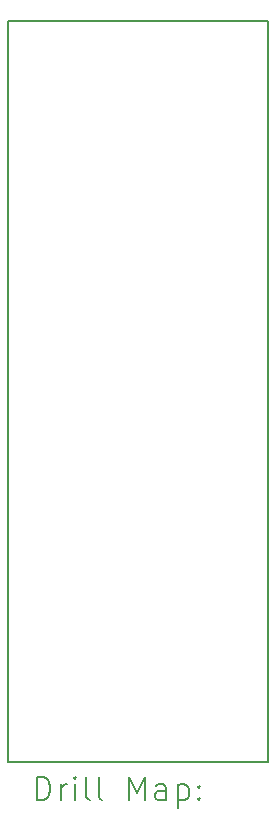
<source format=gbr>
%FSLAX45Y45*%
G04 Gerber Fmt 4.5, Leading zero omitted, Abs format (unit mm)*
G04 Created by KiCad (PCBNEW (6.0.5)) date 2022-08-24 21:52:36*
%MOMM*%
%LPD*%
G01*
G04 APERTURE LIST*
%TA.AperFunction,Profile*%
%ADD10C,0.200000*%
%TD*%
%ADD11C,0.200000*%
G04 APERTURE END LIST*
D10*
X12950000Y-7240000D02*
X15150000Y-7240000D01*
X15150000Y-7240000D02*
X15150000Y-13520000D01*
X15150000Y-13520000D02*
X12950000Y-13520000D01*
X12950000Y-13520000D02*
X12950000Y-7240000D01*
D11*
X13197619Y-13840476D02*
X13197619Y-13640476D01*
X13245238Y-13640476D01*
X13273809Y-13650000D01*
X13292857Y-13669048D01*
X13302381Y-13688095D01*
X13311905Y-13726190D01*
X13311905Y-13754762D01*
X13302381Y-13792857D01*
X13292857Y-13811905D01*
X13273809Y-13830952D01*
X13245238Y-13840476D01*
X13197619Y-13840476D01*
X13397619Y-13840476D02*
X13397619Y-13707143D01*
X13397619Y-13745238D02*
X13407143Y-13726190D01*
X13416667Y-13716667D01*
X13435714Y-13707143D01*
X13454762Y-13707143D01*
X13521428Y-13840476D02*
X13521428Y-13707143D01*
X13521428Y-13640476D02*
X13511905Y-13650000D01*
X13521428Y-13659524D01*
X13530952Y-13650000D01*
X13521428Y-13640476D01*
X13521428Y-13659524D01*
X13645238Y-13840476D02*
X13626190Y-13830952D01*
X13616667Y-13811905D01*
X13616667Y-13640476D01*
X13750000Y-13840476D02*
X13730952Y-13830952D01*
X13721428Y-13811905D01*
X13721428Y-13640476D01*
X13978571Y-13840476D02*
X13978571Y-13640476D01*
X14045238Y-13783333D01*
X14111905Y-13640476D01*
X14111905Y-13840476D01*
X14292857Y-13840476D02*
X14292857Y-13735714D01*
X14283333Y-13716667D01*
X14264286Y-13707143D01*
X14226190Y-13707143D01*
X14207143Y-13716667D01*
X14292857Y-13830952D02*
X14273809Y-13840476D01*
X14226190Y-13840476D01*
X14207143Y-13830952D01*
X14197619Y-13811905D01*
X14197619Y-13792857D01*
X14207143Y-13773809D01*
X14226190Y-13764286D01*
X14273809Y-13764286D01*
X14292857Y-13754762D01*
X14388095Y-13707143D02*
X14388095Y-13907143D01*
X14388095Y-13716667D02*
X14407143Y-13707143D01*
X14445238Y-13707143D01*
X14464286Y-13716667D01*
X14473809Y-13726190D01*
X14483333Y-13745238D01*
X14483333Y-13802381D01*
X14473809Y-13821428D01*
X14464286Y-13830952D01*
X14445238Y-13840476D01*
X14407143Y-13840476D01*
X14388095Y-13830952D01*
X14569048Y-13821428D02*
X14578571Y-13830952D01*
X14569048Y-13840476D01*
X14559524Y-13830952D01*
X14569048Y-13821428D01*
X14569048Y-13840476D01*
X14569048Y-13716667D02*
X14578571Y-13726190D01*
X14569048Y-13735714D01*
X14559524Y-13726190D01*
X14569048Y-13716667D01*
X14569048Y-13735714D01*
M02*

</source>
